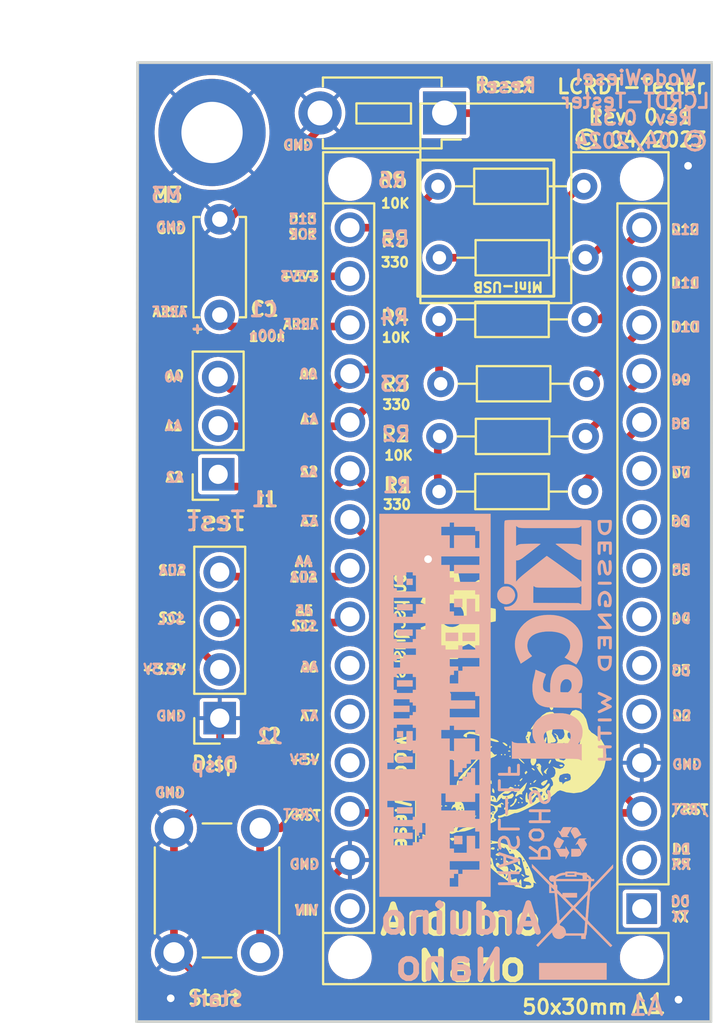
<source format=kicad_pcb>
(kicad_pcb (version 20240108) (generator "pcbnew") (generator_version "8.0")
  (title_block (title "LCRDT-Tester") (date "2024-04-05") (rev "0.31") (company "(C) WodoWiesel"))
  (layers (0 "F.Cu" mixed) (31 "B.Cu" mixed) (34 "B.Paste" user) (35 "F.Paste" user) (36 "B.SilkS" user "B.Silkscreen") (37 "F.SilkS" user "F.Silkscreen") (38 "B.Mask" user) (39 "F.Mask" user) (44 "Edge.Cuts" user))
  (net 0 "")
  (net 3 "Net-(A1-~{RESET}-Pad28)")
  (net 5 "GND")
  (net 11 "Net-(A1-D8)")
  (net 12 "Net-(A1-D9)")
  (net 13 "Net-(A1-D10)")
  (net 14 "Net-(A1-D11)")
  (net 15 "Net-(A1-D12)")
  (net 16 "Net-(A1-D13)")
  (net 17 "Net-(A1-3V3)")
  (net 18 "Net-(A1-AREF)")
  (net 19 "Net-(A1-A0)")
  (net 20 "Net-(A1-A1)")
  (net 21 "Net-(A1-A2)")
  (net 22 "Net-(A1-A3)")
  (net 23 "Net-(A1-A4)")
  (net 24 "Net-(A1-A5)")
  (footprint "Connector_PinSocket_2.54mm:PinSocket_1x03_P2.54mm_Vertical" (layer "F.Cu") (at 96.2605 109.62 180)
    (property "Reference" "J1" (at -2.4795 -1.31 0) (layer "F.SilkS") (effects (font (size 0.75 0.75))))
    (property "Value" "Test" (at 0.1505 -2.44 0) (layer "F.SilkS"))
    (pad "1" thru_hole rect (at 0 0 180) (size 1.7 1.7) (drill 1) (layers "*.Cu" "*.Mask") (net 21 "Net-(A1-A2)"))
    (pad "2" thru_hole oval (at 0 2.54 180) (size 1.7 1.7) (drill 1) (layers "*.Cu" "*.Mask") (net 20 "Net-(A1-A1)"))
    (pad "3" thru_hole oval (at 0 5.08 180) (size 1.7 1.7) (drill 1) (layers "*.Cu" "*.Mask") (net 19 "Net-(A1-A0)"))
  )
  (footprint "Resistor_THT:R_Axial_DIN0204_L3.6mm_D1.6mm_P7.62mm_Horizontal" (layer "F.Cu") (at 107.74 94.58)
    (property "Reference" "R6" (at -2.34 -0.32 180) (layer "F.SilkS") (effects (font (size 0.75 0.75) (thickness 0.15) (bold yes))))
    (property "Value" "10K" (at -2.23 0.89 180) (layer "F.SilkS") (effects (font (size 0.5 0.5) (thickness 0.125))))
    (fp_text user "${REFERENCE}" (at -2.4 -0.32 180) (layer "B.SilkS") (effects (font (size 0.75 0.75) (thickness 0.15) (bold yes)) (justify mirror)))
    (pad "1" thru_hole circle (at 0 0) (size 1.4 1.4) (drill 0.7) (layers "*.Cu" "*.Mask") (net 16 "Net-(A1-D13)"))
    (pad "2" thru_hole oval (at 7.62 0) (size 1.4 1.4) (drill 0.7) (layers "*.Cu" "*.Mask") (net 21 "Net-(A1-A2)"))
  )
  (footprint "Symbol:OSHW-Logo2_7.3x6mm_SilkScreen" (layer "F.Cu") (at 108 116.97 -90)
    (property "Reference" "REF**" (hide yes))
    (property "Value" "OSHW-Logo2_7.3x6mm_SilkScreen" (hide yes))
  )
  (footprint "Resistor_THT:R_Axial_DIN0204_L3.6mm_D1.6mm_P7.62mm_Horizontal" (layer "F.Cu") (at 107.796 110.52)
    (property "Reference" "R1" (at -2.154 -0.32 180) (layer "F.SilkS") (effects (font (size 0.75 0.75))))
    (property "Value" "330" (at -2.194 0.68 180) (layer "F.SilkS") (effects (font (size 0.5 0.5) (thickness 0.125))))
    (fp_text user "${REFERENCE}" (at -2.194 -0.32 180) (layer "B.SilkS") (effects (font (size 0.75 0.75)) (justify mirror)))
    (pad "1" thru_hole circle (at 0 0) (size 1.4 1.4) (drill 0.7) (layers "*.Cu" "*.Mask") (net 19 "Net-(A1-A0)"))
    (pad "2" thru_hole oval (at 7.62 0) (size 1.4 1.4) (drill 0.7) (layers "*.Cu" "*.Mask") (net 11 "Net-(A1-D8)"))
  )
  (footprint "Capacitor_THT:C_Disc_D5.0mm_W2.5mm_P5.00mm" (layer "F.Cu") (at 96.342 101.3 90)
    (property "Reference" "C1" (at 0.314 2.3455 0) (layer "F.SilkS") (effects (font (size 0.75 0.75))))
    (property "Value" "100n" (at -1.13 2.478 0) (layer "F.SilkS") (effects (font (size 0.5 0.5) (thickness 0.125))))
    (pad "1" thru_hole circle (at 0 0 90) (size 1.6 1.6) (drill 0.8) (layers "*.Cu" "*.Mask") (net 18 "Net-(A1-AREF)"))
    (pad "2" thru_hole circle (at 5 0 90) (size 1.6 1.6) (drill 0.8) (layers "*.Cu" "*.Mask") (net 5 "GND"))
  )
  (footprint "Resistor_THT:R_Axial_DIN0204_L3.6mm_D1.6mm_P7.62mm_Horizontal" (layer "F.Cu") (at 107.8805 104.89)
    (property "Reference" "R3" (at -2.3385 0.01 180) (layer "F.SilkS") (effects (font (size 0.75 0.75))))
    (property "Value" "330" (at -2.3085 1.09 180) (layer "F.SilkS") (effects (font (size 0.5 0.5) (thickness 0.125))))
    (fp_text user "${REFERENCE}" (at -2.4285 0.01 180) (layer "B.SilkS") (effects (font (size 0.75 0.75)) (justify mirror)))
    (pad "1" thru_hole circle (at 0 0) (size 1.4 1.4) (drill 0.7) (layers "*.Cu" "*.Mask") (net 20 "Net-(A1-A1)"))
    (pad "2" thru_hole oval (at 7.62 0) (size 1.4 1.4) (drill 0.7) (layers "*.Cu" "*.Mask") (net 13 "Net-(A1-D10)"))
  )
  (footprint "Resistor_THT:R_Axial_DIN0204_L3.6mm_D1.6mm_P7.62mm_Horizontal" (layer "F.Cu") (at 107.812 98.31)
    (property "Reference" "R5" (at -2.32 -0.94 180) (layer "F.SilkS") (effects (font (size 0.75 0.75) (thickness 0.15) (bold yes))))
    (property "Value" "330" (at -2.32 0.24 180) (layer "F.SilkS") (effects (font (size 0.5 0.5) (thickness 0.125))))
    (fp_text user "${REFERENCE}" (at -2.32 -1 180) (layer "B.SilkS") (effects (font (size 0.75 0.75) (thickness 0.15) (bold yes)) (justify mirror)))
    (pad "1" thru_hole circle (at 0 0) (size 1.4 1.4) (drill 0.7) (layers "*.Cu" "*.Mask") (net 21 "Net-(A1-A2)"))
    (pad "2" thru_hole oval (at 7.62 0) (size 1.4 1.4) (drill 0.7) (layers "*.Cu" "*.Mask") (net 15 "Net-(A1-D12)"))
  )
  (footprint "Module:Arduino_Nano_WithMountingHoles" (layer "F.Cu") (at 118.38 132.3 180)
    (property "Reference" "A1" (at -0.38 -4.98 180) (layer "F.SilkS"))
    (property "Value" "Arduino_Nano_v3.x")
    (fp_text user "${REFERENCE}" (at -0.23 -5.07 0) (layer "B.SilkS") (effects (justify mirror)))
    (pad "" np_thru_hole circle (at 0 -2.54 180) (size 1.78 1.78) (drill 1.78) (layers "*.Cu" "*.Mask"))
    (pad "" np_thru_hole circle (at 0 38.1 180) (size 1.78 1.78) (drill 1.78) (layers "*.Cu" "*.Mask"))
    (pad "" np_thru_hole circle (at 15.24 -2.54 180) (size 1.78 1.78) (drill 1.78) (layers "*.Cu" "*.Mask"))
    (pad "" np_thru_hole circle (at 15.24 38.1 180) (size 1.78 1.78) (drill 1.78) (layers "*.Cu" "*.Mask"))
    (pad "1" thru_hole rect (at 0 0 180) (size 1.6 1.6) (drill 1) (layers "*.Cu" "*.Mask"))
    (pad "2" thru_hole oval (at 0 2.54 180) (size 1.6 1.6) (drill 1) (layers "*.Cu" "*.Mask"))
    (pad "3" thru_hole oval (at 0 5.08 180) (size 1.6 1.6) (drill 1) (layers "*.Cu" "*.Mask") (net 3 "Net-(A1-~{RESET}-Pad28)"))
    (pad "4" thru_hole oval (at 0 7.62 180) (size 1.6 1.6) (drill 1) (layers "*.Cu" "*.Mask") (net 5 "GND"))
    (pad "5" thru_hole oval (at 0 10.16 180) (size 1.6 1.6) (drill 1) (layers "*.Cu" "*.Mask"))
    (pad "6" thru_hole oval (at 0 12.7 180) (size 1.6 1.6) (drill 1) (layers "*.Cu" "*.Mask"))
    (pad "7" thru_hole oval (at 0 15.24 180) (size 1.6 1.6) (drill 1) (layers "*.Cu" "*.Mask"))
    (pad "8" thru_hole oval (at 0 17.78 180) (size 1.6 1.6) (drill 1) (layers "*.Cu" "*.Mask"))
    (pad "9" thru_hole oval (at 0 20.32 180) (size 1.6 1.6) (drill 1) (layers "*.Cu" "*.Mask"))
    (pad "10" thru_hole oval (at 0 22.86 180) (size 1.6 1.6) (drill 1) (layers "*.Cu" "*.Mask"))
    (pad "11" thru_hole oval (at 0 25.4 180) (size 1.6 1.6) (drill 1) (layers "*.Cu" "*.Mask") (net 11 "Net-(A1-D8)"))
    (pad "12" thru_hole oval (at 0 27.94 180) (size 1.6 1.6) (drill 1) (layers "*.Cu" "*.Mask") (net 12 "Net-(A1-D9)"))
    (pad "13" thru_hole oval (at 0 30.48 180) (size 1.6 1.6) (drill 1) (layers "*.Cu" "*.Mask") (net 13 "Net-(A1-D10)"))
    (pad "14" thru_hole oval (at 0 33.02 180) (size 1.6 1.6) (drill 1) (layers "*.Cu" "*.Mask") (net 14 "Net-(A1-D11)"))
    (pad "15" thru_hole oval (at 0 35.56 180) (size 1.6 1.6) (drill 1) (layers "*.Cu" "*.Mask") (net 15 "Net-(A1-D12)"))
    (pad "16" thru_hole oval (at 15.24 35.56 180) (size 1.6 1.6) (drill 1) (layers "*.Cu" "*.Mask") (net 16 "Net-(A1-D13)"))
    (pad "17" thru_hole oval (at 15.24 33.02 180) (size 1.6 1.6) (drill 1) (layers "*.Cu" "*.Mask") (net 17 "Net-(A1-3V3)"))
    (pad "18" thru_hole oval (at 15.24 30.48 180) (size 1.6 1.6) (drill 1) (layers "*.Cu" "*.Mask") (net 18 "Net-(A1-AREF)"))
    (pad "19" thru_hole oval (at 15.24 27.94 180) (size 1.6 1.6) (drill 1) (layers "*.Cu" "*.Mask") (net 19 "Net-(A1-A0)"))
    (pad "20" thru_hole oval (at 15.24 25.4 180) (size 1.6 1.6) (drill 1) (layers "*.Cu" "*.Mask") (net 20 "Net-(A1-A1)"))
    (pad "21" thru_hole oval (at 15.24 22.86 180) (size 1.6 1.6) (drill 1) (layers "*.Cu" "*.Mask") (net 21 "Net-(A1-A2)"))
    (pad "22" thru_hole oval (at 15.24 20.32 180) (size 1.6 1.6) (drill 1) (layers "*.Cu" "*.Mask") (net 22 "Net-(A1-A3)"))
    (pad "23" thru_hole oval (at 15.24 17.78 180) (size 1.6 1.6) (drill 1) (layers "*.Cu" "*.Mask") (net 23 "Net-(A1-A4)"))
    (pad "24" thru_hole oval (at 15.24 15.24 180) (size 1.6 1.6) (drill 1) (layers "*.Cu" "*.Mask") (net 24 "Net-(A1-A5)"))
    (pad "25" thru_hole oval (at 15.24 12.7 180) (size 1.6 1.6) (drill 1) (layers "*.Cu" "*.Mask"))
    (pad "26" thru_hole oval (at 15.24 10.16 180) (size 1.6 1.6) (drill 1) (layers "*.Cu" "*.Mask"))
    (pad "27" thru_hole oval (at 15.24 7.62 180) (size 1.6 1.6) (drill 1) (layers "*.Cu" "*.Mask"))
    (pad "28" thru_hole oval (at 15.24 5.08 180) (size 1.6 1.6) (drill 1) (layers "*.Cu" "*.Mask") (net 3 "Net-(A1-~{RESET}-Pad28)"))
    (pad "29" thru_hole oval (at 15.24 2.54 180) (size 1.6 1.6) (drill 1) (layers "*.Cu" "*.Mask") (net 5 "GND"))
    (pad "30" thru_hole oval (at 15.24 0 180) (size 1.6 1.6) (drill 1) (layers "*.Cu" "*.Mask"))
  )
  (footprint "Button_Switch_THT:SW_PUSH_6mm_H4.3mm" (layer "F.Cu") (at 98.45 128.1 -90)
    (property "Reference" "Start" (at 8.86 2.4 0) (layer "F.SilkS") (effects (font (size 0.75 0.75))))
    (property "Value" "SW_Push")
    (pad "1" thru_hole circle (at 0 0) (size 2 2) (drill 1.1) (layers "*.Cu" "*.Mask") (net 22 "Net-(A1-A3)"))
    (pad "1" thru_hole circle (at 6.5 0) (size 2 2) (drill 1.1) (layers "*.Cu" "*.Mask") (net 22 "Net-(A1-A3)"))
    (pad "2" thru_hole circle (at 0 4.5) (size 2 2) (drill 1.1) (layers "*.Cu" "*.Mask") (net 5 "GND"))
    (pad "2" thru_hole circle (at 6.5 4.5) (size 2 2) (drill 1.1) (layers "*.Cu" "*.Mask") (net 5 "GND"))
  )
  (footprint "Connector_PinSocket_2.54mm:PinSocket_1x04_P2.54mm_Vertical" (layer "F.Cu") (at 96.341 122.35 180)
    (property "Reference" "J2" (at -2.565 -0.934 0) (layer "F.SilkS") (effects (font (size 0.75 0.75))))
    (property "Value" "Disp" (at 0.249 -2.38 180) (layer "F.SilkS") (effects (font (size 0.75 0.75))))
    (pad "1" thru_hole rect (at 0 0 180) (size 1.7 1.7) (drill 1) (layers "*.Cu" "*.Mask") (net 5 "GND"))
    (pad "2" thru_hole oval (at 0 2.54 180) (size 1.7 1.7) (drill 1) (layers "*.Cu" "*.Mask") (net 17 "Net-(A1-3V3)"))
    (pad "3" thru_hole oval (at 0 5.08 180) (size 1.7 1.7) (drill 1) (layers "*.Cu" "*.Mask") (net 24 "Net-(A1-A5)"))
    (pad "4" thru_hole oval (at 0 7.62 180) (size 1.7 1.7) (drill 1) (layers "*.Cu" "*.Mask") (net 23 "Net-(A1-A4)"))
  )
  (footprint "Resistor_THT:R_Axial_DIN0204_L3.6mm_D1.6mm_P7.62mm_Horizontal" (layer "F.Cu") (at 115.416 101.53 180)
    (property "Reference" "R4" (at 9.924 0.07 0) (layer "F.SilkS") (effects (font (size 0.75 0.75))))
    (property "Value" "10K" (at 9.864 -0.95 0) (layer "F.SilkS") (effects (font (size 0.5 0.5) (thickness 0.125))))
    (fp_text user "${REFERENCE}" (at 9.964 0.14 180) (layer "B.SilkS") (effects (font (size 0.75 0.75)) (justify mirror)))
    (pad "1" thru_hole circle (at 0 0 180) (size 1.4 1.4) (drill 0.7) (layers "*.Cu" "*.Mask") (net 14 "Net-(A1-D11)"))
    (pad "2" thru_hole oval (at 7.62 0 180) (size 1.4 1.4) (drill 0.7) (layers "*.Cu" "*.Mask") (net 20 "Net-(A1-A1)"))
  )
  (footprint "MountingHole:MountingHole_3.2mm_M3_DIN965_Pad" (layer "F.Cu") (at 95.94 91.77)
    (property "Reference" "REF9**" (hide yes))
    (property "Value" "MountingHole_3.2mm_M3_DIN965_Pad" (hide yes))
    (pad "1" thru_hole circle (at 0 0) (size 5.6 5.6) (drill 3.2) (layers "*.Cu" "*.Mask") (net 5 "GND"))
  )
  (footprint "Logos:wiesel-kicad-back-white" (layer "F.Cu") (at 111.55 126.27 -90)
    (property "Reference" "G21" (hide yes))
    (property "Value" "LOGO" (hide yes))
  )
  (footprint "Button_Switch_THT:SW_PUSH_1P1T_6x3.5mm_H4.3_APEM_MJTP1243" (layer "F.Cu") (at 108.08 90.75 180)
    (property "Reference" "Reset" (at -3.12 1.45 0) (layer "F.SilkS") (effects (font (size 0.75 0.75) (thickness 0.15) (bold yes))))
    (property "Value" "SW_Push")
    (pad "1" thru_hole rect (at 0 0 270) (size 2.25 2.25) (drill 1.3) (layers "*.Cu" "*.Mask") (net 3 "Net-(A1-~{RESET}-Pad28)"))
    (pad "2" thru_hole circle (at 6.5 0 270) (size 2.25 2.25) (drill 1.3) (layers "*.Cu" "*.Mask") (net 5 "GND"))
  )
  (footprint "Resistor_THT:R_Axial_DIN0204_L3.6mm_D1.6mm_P7.62mm_Horizontal" (layer "F.Cu") (at 115.4465 107.64 180)
    (property "Reference" "R2" (at 9.9145 0.1 0) (layer "F.SilkS") (effects (font (size 0.75 0.75))))
    (property "Value" "10K" (at 9.7645 -0.99 0) (layer "F.SilkS") (effects (font (size 0.5 0.5) (thickness 0.125))))
    (fp_text user "${REFERENCE}" (at 9.8945 0.14 0) (layer "B.SilkS") (effects (font (size 0.75 0.75)) (justify mirror)))
    (pad "1" thru_hole circle (at 0 0 180) (size 1.4 1.4) (drill 0.7) (layers "*.Cu" "*.Mask") (net 12 "Net-(A1-D9)"))
    (pad "2" thru_hole oval (at 7.62 0 180) (size 1.4 1.4) (drill 0.7) (layers "*.Cu" "*.Mask") (net 19 "Net-(A1-A0)"))
  )
  (footprint "Logos:recycling-symbol-kicad" (layer "B.Cu") (at 114.682 128.88 180)
    (property "Reference" "G3*" (hide yes))
    (property "Value" "LOGO" (hide yes))
  )
  (footprint "Symbol:WEEE-Logo_4.2x6mm_SilkScreen" (layer "B.Cu") (at 114.772 132.99 180)
    (property "Reference" "REF7**" (hide yes))
    (property "Value" "WEEE-Logo_4.2x6mm_SilkScreen" (hide yes))
  )
  (footprint "TheBrutzlers_Lib:approved_theBrutzler" (layer "B.Cu") (at 107.582 121.68 -90)
    (property "Reference" "G6**" (at 0 0 90) (layer "B.SilkS") (effects (font (size 1.524 1.524) (thickness 0.3)) (justify mirror)))
    (property "Value" "LOGO" (hide yes))
  )
  (footprint "Symbol:KiCad-Logo2_5mm_SilkScreen" (layer "B.Cu") (at 113.812 118.28 -90)
    (property "Reference" "REF8**" (hide yes))
    (property "Value" "KiCad-Logo2_5mm_SilkScreen" (hide yes))
  )
  (gr_rect (start 106.682 93.21) (end 113.794 100.322) (stroke (width 0.15)) (fill none) (layer "F.SilkS"))
  (gr_line (start 122.044 88.12) (end 121.992 138.2) (stroke (width 0.15)) (layer "Edge.Cuts"))
  (gr_line (start 92.052 88.12) (end 122.044 88.12) (stroke (width 0.15)) (layer "Edge.Cuts"))
  (gr_line (start 92 138.2) (end 92.052 88.12) (stroke (width 0.15)) (layer "Edge.Cuts"))
  (gr_line (start 121.992 138.2) (end 92 138.2) (stroke (width 0.15)) (layer "Edge.Cuts"))
  (gr_text "A4\nSDA" (at 100.7255 114.59 0) (layer "B.SilkS") (effects (font (size 0.5 0.5) (thickness 0.125)) (justify mirror)))
  (gr_text "A6" (at 101.027967 119.681606 0) (layer "B.SilkS") (effects (font (size 0.5 0.5) (thickness 0.125)) (justify mirror)))
  (gr_text "A0" (at 93.9 104.54 0) (layer "B.SilkS") (effects (font (size 0.5 0.5) (thickness 0.125)) (justify mirror)))
  (gr_text "A5\nSCL" (at 100.7255 117.143033 0) (layer "B.SilkS") (effects (font (size 0.5 0.5) (thickness 0.125)) (justify mirror)))
  (gr_text "GND" (at 93.782 96.7 0) (layer "B.SilkS") (effects (font (size 0.5 0.5) (thickness 0.125)) (justify mirror)))
  (gr_text "A0" (at 100.978319 104.381927 0) (layer "B.SilkS") (effects (font (size 0.5 0.5) (thickness 0.125)) (justify mirror)))
  (gr_text "/RST" (at 100.61 127.38 0) (layer "B.SilkS") (effects (font (size 0.5 0.5) (thickness 0.125)) (justify mirror)))
  (gr_text "A1" (at 93.91 107.07 0) (layer "B.SilkS") (effects (font (size 0.5 0.5) (thickness 0.125)) (justify mirror)))
  (gr_text "Start" (at 96.18 137.02 0) (layer "B.SilkS") (effects (font (size 0.75 0.75)) (justify mirror)))
  (gr_text "Disp" (at 96.052 124.79 0) (layer "B.SilkS") (effects (font (size 0.75 0.75)) (justify mirror)))
  (gr_text "D3" (at 120.43 119.89 0) (layer "B.SilkS") (effects (font (size 0.5 0.5) (thickness 0.125)) (justify mirror)))
  (gr_text "VIN" (at 100.879024 132.37486 0) (layer "B.SilkS") (effects (font (size 0.5 0.5) (thickness 0.125)) (justify mirror)))
  (gr_text "Test" (at 96.17 112.07 0) (layer "B.SilkS") (effects (font (size 1 1)) (justify mirror)))
  (gr_text "GND" (at 100.779728 129.975222 0) (layer "B.SilkS") (effects (font (size 0.5 0.5) (thickness 0.125)) (justify mirror)))
  (gr_text "A7" (at 101.027967 122.230186 0) (layer "B.SilkS") (effects (font (size 0.5 0.5) (thickness 0.125)) (justify mirror)))
  (gr_text "D12" (at 120.67 96.85 0) (layer "B.SilkS") (effects (font (size 0.5 0.5) (thickness 0.125)) (justify mirror)))
  (gr_text "D0\nTX" (at 120.4 132.3 0) (layer "B.SilkS") (effects (font (size 0.5 0.5) (thickness 0.125)) (justify mirror)))
  (gr_text "D13\nSCK" (at 100.680433 96.686539 0) (layer "B.SilkS") (effects (font (size 0.5 0.5) (thickness 0.125)) (justify mirror)))
  (gr_text "+5V" (at 100.779728 124.513979 0) (layer "B.SilkS") (effects (font (size 0.5 0.5) (thickness 0.125)) (justify mirror)))
  (gr_text "+3V3" (at 100.514941 99.284767 0) (layer "B.SilkS") (effects (font (size 0.5 0.5) (thickness 0.125)) (justify mirror)))
  (gr_text "Reset" (at 111.33 89.32 0) (layer "B.SilkS") (effects (font (size 0.75 0.75)) (justify mirror)))
  (gr_text "100n" (at 98.82 102.36 0) (layer "B.SilkS") (effects (font (size 0.5 0.5) (thickness 0.125)) (justify mirror)))
  (gr_text "D2" (at 120.47 122.232 0) (layer "B.SilkS") (effects (font (size 0.5 0.5) (thickness 0.125)) (justify mirror)))
  (gr_text "D7" (at 120.45 109.517264 0) (layer "B.SilkS") (effects (font (size 0.5 0.5) (thickness 0.125)) (justify mirror)))
  (gr_text "A1" (at 101.027967 106.733572 0) (layer "B.SilkS") (effects (font (size 0.5 0.5) (thickness 0.125)) (justify mirror)))
  (gr_text "J1" (at 98.662 110.93 0) (layer "B.SilkS") (effects (font (size 0.75 0.75)) (justify mirror)))
  (gr_text "D4" (at 120.45 117.15 0) (layer "B.SilkS") (effects (font (size 0.5 0.5) (thickness 0.125)) (justify mirror)))
  (gr_text "M3" (at 93.56 95.04 0) (layer "B.SilkS") (effects (font (size 0.75 0.75)) (justify mirror)))
  (gr_text "D1\nRX" (at 120.432 129.59 0) (layer "B.SilkS") (effects (font (size 0.5 0.5) (thickness 0.125)) (justify mirror)))
  (gr_text "+3.3V" (at 93.49 119.79 0) (layer "B.SilkS") (effects (font (size 0.5 0.5) (thickness 0.125)) (justify mirror)))
  (gr_text "A2" (at 93.99 109.78 0) (layer "B.SilkS") (effects (font (size 0.5 0.5) (thickness 0.125)) (justify mirror)))
  (gr_text "D6" (at 120.45 112.1 0) (layer "B.SilkS") (effects (font (size 0.5 0.5) (thickness 0.125)) (justify mirror)))
  (gr_text "J2" (at 98.972 123.31 0) (layer "B.SilkS") (effects (font (size 0.75 0.75)) (justify mirror)))
  (gr_text "RoHS\nHASL-LF" (at 112.202 127.95 -90) (layer "B.SilkS") (effects (font (size 1 1)) (justify mirror)))
  (gr_text "WodoWiesel\nLCRDT-Tester" (at 118.06 89.52 0) (layer "B.SilkS") (effects (font (size 0.75 0.75)) (justify mirror)))
  (gr_text "Arduino \nNano" (at 108.35 134.04 0) (layer "B.SilkS") (effects (font (size 1.5 1.5) (thickness 0.3)) (justify mirror)))
  (gr_text "SDA" (at 93.89 114.63 0) (layer "B.SilkS") (effects (font (size 0.5 0.5) (thickness 0.125)) (justify mirror)))
  (gr_text "SCL" (at 93.81 117.2 0) (layer "B.SilkS") (effects (font (size 0.5 0.5) (thickness 0.125)) (justify mirror)))
  (gr_text "GND" (at 100.46 92.42 0) (layer "B.SilkS") (effects (font (size 0.5 0.5) (thickness 0.125)) (justify mirror)))
  (gr_text "GND" (at 120.75 124.772 0) (layer "B.SilkS") (effects (font (size 0.5 0.5) (thickness 0.125)) (justify mirror)))
  (gr_text "D8" (at 120.42 106.982688 0) (layer "B.SilkS") (effects (font (size 0.5 0.5) (thickness 0.125)) (justify mirror)))
  (gr_text "/RST" (at 120.91 127.12 0) (layer "B.SilkS") (effects (font (size 0.5 0.5) (thickness 0.125)) (justify mirror)))
  (gr_text "D10" (at 120.71 101.93 0) (layer "B.SilkS") (effects (font (size 0.5 0.5) (thickness 0.125)) (justify mirror)))
  (gr_text "A2" (at 100.9755 109.49 0) (layer "B.SilkS") (effects (font (size 0.5 0.5) (thickness 0.125)) (justify mirror)))
  (gr_text "D5" (at 120.46 114.6 0) (layer "B.SilkS") (effects (font (size 0.5 0.5) (thickness 0.125)) (justify mirror)))
  (gr_text "C1" (at 98.632 101.01 0) (layer "B.SilkS") (effects (font (size 0.75 0.75)) (justify mirror)))
  (gr_text "Rev. 0.31\n© 04/2024" (at 118.34 91.61 0) (layer "B.SilkS") (effects (font (size 0.75 0.75)) (justify mirror)))
  (gr_text "GND" (at 93.72 126.23 0) (layer "B.SilkS") (effects (font (size 0.5 0.5) (thickness 0.125)) (justify mirror)))
  (gr_text "GND" (at 93.81 122.24 0) (layer "B.SilkS") (effects (font (size 0.5 0.5) (thickness 0.125)) (justify mirror)))
  (gr_text "D9" (at 120.42 104.69 0) (layer "B.SilkS") (effects (font (size 0.5 0.5) (thickness 0.125)) (justify mirror)))
  (gr_text "A3" (at 101.027967 112.062422 0) (layer "B.SilkS") (effects (font (size 0.5 0.5) (thickness 0.125)) (justify mirror)))
  (gr_text "D11" (at 120.68 99.620348 0) (layer "B.SilkS") (effects (font (size 0.5 0.5) (thickness 0.125)) (justify mirror)))
  (gr_text "AREF" (at 100.581138 101.783699 0) (layer "B.SilkS") (effects (font (size 0.5 0.5) (thickness 0.125)) (justify mirror)))
  (gr_text "AREF" (at 93.712 101.14 0) (layer "B.SilkS") (effects (font (size 0.5 0.5) (thickness 0.125)) (justify mirror)))
  (gr_text "+" (at 95.132 102.02 -270) (layer "B.SilkS") (effects (font (size 0.5 0.5) (thickness 0.125)) (justify mirror)))
  (gr_text "M3" (at 93.61 95.03 0) (layer "F.SilkS") (effects (font (size 0.75 0.75))))
  (gr_text "A1" (at 101.0175 106.738 0) (layer "F.SilkS") (effects (font (size 0.5 0.5) (thickness 0.125))))
  (gr_text "AREF" (at 93.752 101.14 0) (layer "F.SilkS") (effects (font (size 0.5 0.5) (thickness 0.125))))
  (gr_text "D2" (at 120.47 122.22 0) (layer "F.SilkS") (effects (font (size 0.5 0.5) (thickness 0.125))))
  (gr_text "GND" (at 93.8 122.24 0) (layer "F.SilkS") (effects (font (size 0.5 0.5) (thickness 0.125))))
  (gr_text "D10" (at 120.63 101.93 0) (layer "F.SilkS") (effects (font (size 0.5 0.5) (thickness 0.125))))
  (gr_text "D0\nTX" (at 120.39 132.35 0) (layer "F.SilkS") (effects (font (size 0.5 0.5) (thickness 0.125))))
  (gr_text "A5\nSCL" (at 100.7755 117.14 0) (layer "F.SilkS") (effects (font (size 0.5 0.5) (thickness 0.125))))
  (gr_text "+" (at 95.222 102.05 270) (layer "F.SilkS") (effects (font (size 0.5 0.5) (thickness 0.125))))
  (gr_text "A4\nSDA" (at 100.7255 114.59 0) (layer "F.SilkS") (effects (font (size 0.5 0.5) (thickness 0.125))))
  (gr_text "+5V" (at 100.7635 124.518 0) (layer "F.SilkS") (effects (font (size 0.5 0.5) (thickness 0.125))))
  (gr_text "D13\nSCK" (at 100.6755 96.69 0) (layer "F.SilkS") (effects (font (size 0.5 0.5) (thickness 0.125))))
  (gr_text "A6" (at 101.0175 119.692 0) (layer "F.SilkS") (effects (font (size 0.5 0.5) (thickness 0.125))))
  (gr_text "SDA" (at 93.84 114.64 0) (layer "F.SilkS") (effects (font (size 0.5 0.5) (thickness 0.125))))
  (gr_text "D7" (at 120.43 109.54 0) (layer "F.SilkS") (effects (font (size 0.5 0.5) (thickness 0.125))))
  (gr_text "D11" (at 120.64 99.64 0) (layer "F.SilkS") (effects (font (size 0.5 0.5) (thickness 0.125))))
  (gr_text "D12" (at 120.64 96.84 0) (layer "F.SilkS") (effects (font (size 0.5 0.5) (thickness 0.125))))
  (gr_text "AREF" (at 100.5755 101.79 0) (layer "F.SilkS") (effects (font (size 0.5 0.5) (thickness 0.125))))
  (gr_text "Arduino \nNano" (at 109.502 134.1 0) (layer "F.SilkS") (effects (font (size 1.5 1.5) (thickness 0.3))))
  (gr_text "D8" (at 120.41 106.99 0) (layer "F.SilkS") (effects (font (size 0.5 0.5) (thickness 0.125))))
  (gr_text "D1\nRX" (at 120.452 129.598 0) (layer "F.SilkS") (effects (font (size 0.5 0.5) (thickness 0.125))))
  (gr_text "Rev. 0.31\n© 04/2023" (at 118.31 91.54 0) (layer "F.SilkS") (effects (font (size 0.75 0.75))))
  (gr_text "A2" (at 101.0175 109.49 0) (layer "F.SilkS") (effects (font (size 0.5 0.5) (thickness 0.125))))
  (gr_text "D4" (at 120.43 117.17 0) (layer "F.SilkS") (effects (font (size 0.5 0.5) (thickness 0.125))))
  (gr_text "D3" (at 120.44 119.86 0) (layer "F.SilkS") (effects (font (size 0.5 0.5) (thickness 0.125))))
  (gr_text "A3" (at 101.0175 112.072 0) (layer "F.SilkS") (effects (font (size 0.5 0.5) (thickness 0.125))))
  (gr_text "50x30mm" (at 114.89 137.43 0) (layer "F.SilkS") (effects (font (size 0.75 0.75))))
  (gr_text "+3.3V" (at 93.43 119.81 0) (layer "F.SilkS") (effects (font (size 0.5 0.5) (thickness 0.125))))
  (gr_text "D9" (at 120.44 104.69 0) (layer "F.SilkS") (effects (font (size 0.5 0.5) (thickness 0.125))))
  (gr_text "A0" (at 94.01 104.47 0) (layer "F.SilkS") (effects (font (size 0.5 0.5) (thickness 0.125))))
  (gr_text "/RST" (at 100.66 127.43 0) (layer "F.SilkS") (effects (font (size 0.5 0.5) (thickness 0.125))))
  (gr_text "A0" (at 100.9755 104.39 0) (layer "F.SilkS") (effects (font (size 0.5 0.5) (thickness 0.125))))
  (gr_text "SCL" (at 93.84 117.11 0) (layer "F.SilkS") (effects (font (size 0.5 0.5) (thickness 0.125))))
  (gr_text "WodoWiesel" (at 105.89 126.43 -90) (layer "F.SilkS") (effects (font (size 0.75 0.75))))
  (gr_text "A7" (at 101.0175 122.232 0) (layer "F.SilkS") (effects (font (size 0.5 0.5) (thickness 0.125))))
  (gr_text "A1" (at 93.94 107.09 0) (layer "F.SilkS") (effects (font (size 0.5 0.5) (thickness 0.125))))
  (gr_text "A2" (at 93.98 109.77 0) (layer "F.SilkS") (effects (font (size 0.5 0.5) (thickness 0.125))))
  (gr_text "GND" (at 93.812 96.8 0) (layer "F.SilkS") (effects (font (size 0.5 0.5) (thickness 0.125))))
  (gr_text "/RST" (at 120.9 127.13 0) (layer "F.SilkS") (effects (font (size 0.5 0.5) (thickness 0.125))))
  (gr_text "VIN" (at 100.8755 132.39 0) (layer "F.SilkS") (effects (font (size 0.5 0.5) (thickness 0.125))))
  (gr_text "Mini-USB" (at 111.4 99.83 180) (layer "F.SilkS") (effects (font (size 0.5 0.5) (thickness 0.125))))
  (gr_text "GND" (at 120.75 124.772 0) (layer "F.SilkS") (effects (font (size 0.5 0.5) (thickness 0.125))))
  (gr_text "GND" (at 93.75 126.25 0) (layer "F.SilkS") (effects (font (size 0.5 0.5) (thickness 0.125))))
  (gr_text "GND" (at 100.43 92.44 0) (layer "F.SilkS") (effects (font (size 0.5 0.5) (thickness 0.125))))
  (gr_text "D6" (at 120.392 112.06 0) (layer "F.SilkS") (effects (font (size 0.5 0.5) (thickness 0.125))))
  (gr_text "D5" (at 120.43 114.63 0) (layer "F.SilkS") (effects (font (size 0.5 0.5) (thickness 0.125))))
  (gr_text "+3V3" (at 100.5095 99.29 0) (layer "F.SilkS") (effects (font (size 0.5 0.5) (thickness 0.125))))
  (gr_text "LCRDT-Tester" (at 117.83 89.37 0) (layer "F.SilkS") (effects (font (size 0.75 0.75))))
  (gr_text "GND" (at 100.7635 129.99 0) (layer "F.SilkS") (effects (font (size 0.5 0.5) (thickness 0.125))))
  (segment (start 113.79 122.6945) (end 113.79 97.63) (width 0.4) (layer "F.Cu") (net 3))
  (segment (start 103.14 127.22) (end 103.22 127.3) (width 0.4) (layer "F.Cu") (net 3))
  (segment (start 118.3 127.3) (end 118.38 127.22) (width 0.4) (layer "F.Cu") (net 3))
  (segment (start 116.8 93.61) (end 113.95 90.76) (width 0.4) (layer "F.Cu") (net 3))
  (segment (start 103.22 127.3) (end 118.3 127.3) (width 0.4) (layer "F.Cu") (net 3))
  (segment (start 114.63 96.79) (end 115.65 96.79) (width 0.4) (layer "F.Cu") (net 3))
  (segment (start 113.79 97.63) (end 114.63 96.79) (width 0.4) (layer "F.Cu") (net 3))
  (segment (start 113.95 90.76) (end 108.17 90.76) (width 0.4) (layer "F.Cu") (net 3))
  (segment (start 118.3155 127.22) (end 113.79 122.6945) (width 0.4) (layer "F.Cu") (net 3))
  (segment (start 116.8 95.64) (end 116.8 93.61) (width 0.4) (layer "F.Cu") (net 3))
  (segment (start 118.38 127.22) (end 118.3155 127.22) (width 0.4) (layer "F.Cu") (net 3))
  (segment (start 115.65 96.79) (end 116.8 95.64) (width 0.4) (layer "F.Cu") (net 3))
  (segment (start 98.122 90.76) (end 97.082 91.8) (width 0.4) (layer "F.Cu") (net 5))
  (segment (start 101.58 90.75) (end 101.58 91.55) (width 0.4) (layer "F.Cu") (net 5))
  (segment (start 96.83 96.3) (end 96.342 96.3) (width 0.4) (layer "F.Cu") (net 5))
  (segment (start 93.95 128.1) (end 93.95 134.6) (width 0.4) (layer "F.Cu") (net 5))
  (segment (start 103.14 129.76) (end 100.32 132.58) (width 0.4) (layer "F.Cu") (net 5))
  (segment (start 96.366 125.684) (end 93.95 128.1) (width 0.4) (layer "F.Cu") (net 5))
  (segment (start 100.32 132.58) (end 100.32 135.92) (width 0.4) (layer "F.Cu") (net 5))
  (segment (start 100.32 135.92) (end 100 136.24) (width 0.4) (layer "F.Cu") (net 5))
  (segment (start 96.341 122.35) (end 96.366 122.375) (width 0.4) (layer "F.Cu") (net 5))
  (segment (start 100 136.24) (end 95.59 136.24) (width 0.4) (layer "F.Cu") (net 5))
  (segment (start 95.59 136.24) (end 93.95 134.6) (width 0.4) (layer "F.Cu") (net 5))
  (segment (start 96.366 122.375) (end 96.366 125.684) (width 0.4) (layer "F.Cu") (net 5))
  (segment (start 101.58 91.55) (end 96.83 96.3) (width 0.4) (layer "F.Cu") (net 5))
  (via (at 107.222 114.05) (size 0.8) (drill 0.4) (layers "F.Cu" "B.Cu") (net 5))
  (via (at 120.302 137.05) (size 0.8) (drill 0.4) (layers "F.Cu" "B.Cu") (net 5))
  (via (at 93.782 136.98) (size 0.8) (drill 0.4) (layers "F.Cu" "B.Cu") (net 5))
  (via (at 120.8 93.51) (size 0.8) (drill 0.4) (layers "F.Cu" "B.Cu") (net 5))
  (segment (start 115.416 110.52) (end 115.416 109.966) (width 0.4) (layer "F.Cu") (net 11))
  (segment (start 115.416 109.966) (end 118.3955 106.9865) (width 0.4) (layer "F.Cu") (net 11))
  (segment (start 118.3955 106.9865) (end 118.3955 106.98) (width 0.4) (layer "F.Cu") (net 11))
  (segment (start 115.4465 107.5335) (end 118.3955 104.5845) (width 0.4) (layer "F.Cu") (net 12))
  (segment (start 115.4465 107.64) (end 115.4465 107.5335) (width 0.4) (layer "F.Cu") (net 12))
  (segment (start 118.3955 104.5845) (end 118.3955 104.44) (width 0.4) (layer "F.Cu") (net 12))
  (segment (start 115.5005 104.89) (end 118.3955 101.995) (width 0.4) (layer "F.Cu") (net 13))
  (segment (start 116.2255 101.53) (end 118.3955 99.36) (width 0.4) (layer "F.Cu") (net 14))
  (segment (start 115.416 101.53) (end 116.2255 101.53) (width 0.4) (layer "F.Cu") (net 14))
  (segment (start 116.052 97.93) (end 116.192 97.79) (width 0.4) (layer "F.Cu") (net 15))
  (segment (start 116.192 97.79) (end 117.4255 97.79) (width 0.4) (layer "F.Cu") (net 15))
  (segment (start 117.4255 97.79) (end 118.3955 96.82) (width 0.4) (layer "F.Cu") (net 15))
  (segment (start 107.81 94.59) (end 105.66 96.74) (width 0.4) (layer "F.Cu") (net 16))
  (segment (start 105.66 96.74) (end 103.14 96.74) (width 0.4) (layer "F.Cu") (net 16))
  (segment (start 93.862 100.48) (end 95.062 99.28) (width 0.4) (layer "F.Cu") (net 17))
  (segment (start 96.341 119.81) (end 93.862 117.331) (width 0.4) (layer "F.Cu") (net 17))
  (segment (start 95.062 99.28) (end 103.14 99.28) (width 0.4) (layer "F.Cu") (net 17))
  (segment (start 93.862 117.331) (end 93.862 100.48) (width 0.4) (layer "F.Cu") (net 17))
  (segment (start 96.942 101.9) (end 103.06 101.9) (width 0.4) (layer "F.Cu") (net 18))
  (segment (start 103.06 101.9) (end 103.14 101.82) (width 0.4) (layer "F.Cu") (net 18))
  (segment (start 96.342 101.3) (end 96.942 101.9) (width 0.4) (layer "F.Cu") (net 18))
  (segment (start 96.8905 105.17) (end 102.33 105.17) (width 0.4) (layer "F.Cu") (net 19))
  (segment (start 106 102.24) (end 106 100) (width 0.4) (layer "F.Cu") (net 19))
  (segment (start 107.7305 109.37) (end 107.7305 107.736) (width 0.4) (layer "F.Cu") (net 19))
  (segment (start 109.04 109.06) (end 107.852 109.06) (width 0.4) (layer "F.Cu") (net 19))
  (segment (start 96.2605 104.54) (end 96.8905 105.17) (width 0.4) (layer "F.Cu") (net 19))
  (segment (start 107.7305 110.4545) (end 107.7305 109.37) (width 0.4) (layer "F.Cu") (net 19))
  (segment (start 104.0935 104.1465) (end 106 102.24) (width 0.4) (layer "F.Cu") (net 19))
  (segment (start 103.1555 104.1465) (end 104.0935 104.1465) (width 0.4) (layer "F.Cu") (net 19))
  (segment (start 102.33 105.17) (end 103.14 104.36) (width 0.4) (layer "F.Cu") (net 19))
  (segment (start 107.796 110.52) (end 107.7305 110.4545) (width 0.4) (layer "F.Cu") (net 19))
  (segment (start 109.574 100.844) (end 109.574 108.526) (width 0.4) (layer "F.Cu") (net 19))
  (segment (start 107.7305 107.736) (end 107.8265 107.64) (width 0.4) (layer "F.Cu") (net 19))
  (segment (start 109.574 108.526) (end 109.04 109.06) (width 0.4) (layer "F.Cu") (net 19))
  (segment (start 108.73 100) (end 109.574 100.844) (width 0.4) (layer "F.Cu") (net 19))
  (segment (start 106 100) (end 108.73 100) (width 0.4) (layer "F.Cu") (net 19))
  (segment (start 107.796 103.218) (end 106.9175 103.218) (width 0.4) (layer "F.Cu") (net 20))
  (segment (start 106.9175 103.218) (end 103.2355 106.9) (width 0.4) (layer "F.Cu") (net 20))
  (segment (start 107.8805 104.8) (end 107.8805 104.89) (width 0.4) (layer "F.Cu") (net 20))
  (segment (start 96.2905 107.11) (end 96.2605 107.08) (width 0.4) (layer "F.Cu") (net 20))
  (segment (start 107.796 104.8055) (end 107.796 101.53) (width 0.4) (layer "F.Cu") (net 20))
  (segment (start 103.14 106.9) (end 102.93 107.11) (width 0.4) (layer "F.Cu") (net 20))
  (segment (start 103.2355 106.9) (end 103.14 106.9) (width 0.4) (layer "F.Cu") (net 20))
  (segment (start 107.8805 104.89) (end 107.796 104.8055) (width 0.4) (layer "F.Cu") (net 20))
  (segment (start 102.93 107.11) (end 96.2905 107.11) (width 0.4) (layer "F.Cu") (net 20))
  (segment (start 105.8655 112.23) (end 108.792 112.23) (width 0.4) (layer "F.Cu") (net 21))
  (segment (start 102.4155 110.26) (end 103.1555 109.52) (width 0.4) (layer "F.Cu") (net 21))
  (segment (start 103.1555 109.52) (end 105.8655 112.23) (width 0.4) (layer "F.Cu") (net 21))
  (segment (start 115.13 94.59) (end 112.122 97.598) (width 0.4) (layer "F.Cu") (net 21))
  (segment (start 115.43 94.59) (end 115.13 94.59) (width 0.4) (layer "F.Cu") (net 21))
  (segment (start 112.122 108.9) (end 112.122 98.31) (width 0.4) (layer "F.Cu") (net 21))
  (segment (start 112.122 97.598) (end 112.122 98.31) (width 0.4) (layer "F.Cu") (net 21))
  (segment (start 96.2605 109.62) (end 96.9005 110.26) (width 0.4) (layer "F.Cu") (net 21))
  (segment (start 108.792 112.23) (end 112.122 108.9) (width 0.4) (layer "F.Cu") (net 21))
  (segment (start 96.9005 110.26) (end 102.4155 110.26) (width 0.4) (layer "F.Cu") (net 21))
  (segment (start 112.122 98.31) (end 107.812 98.31) (width 0.4) (layer "F.Cu") (net 21))
  (segment (start 98.45 134.6) (end 98.45 128.1) (width 0.4) (layer "F.Cu") (net 22))
  (segment (start 105.1 124.74) (end 105.1 114.0045) (width 0.4) (layer "F.Cu") (net 22))
  (segment (start 105.1 114.0045) (end 103.1555 112.06) (width 0.4) (layer "F.Cu") (net 22))
  (segment (start 103.9 125.94) (end 105.1 124.74) (width 0.4) (layer "F.Cu") (net 22))
  (segment (start 101.68 125.94) (end 103.9 125.94) (width 0.4) (layer "F.Cu") (net 22))
  (segment (start 98.45 128.1) (end 99.52 128.1) (width 0.4) (layer "F.Cu") (net 22))
  (segment (start 99.52 128.1) (end 101.68 125.94) (width 0.4) (layer "F.Cu") (net 22))
  (segment (start 96.341 114.73) (end 96.571 114.96) (width 0.4) (layer "F.Cu") (net 23))
  (segment (start 102.7 114.96) (end 103.14 114.52) (width 0.4) (layer "F.Cu") (net 23))
  (segment (start 96.571 114.96) (end 102.7 114.96) (width 0.4) (layer "F.Cu") (net 23))
  (segment (start 103.1555 117.0755) (end 103.1555 117.14) (width 0.4) (layer "F.Cu") (net 24))
  (segment (start 96.341 117.27) (end 96.431 117.36) (width 0.4) (layer "F.Cu") (net 24))
  (segment (start 103.14 117.06) (end 103.1555 117.0755) (width 0.4) (layer "F.Cu") (net 24))
  (segment (start 102.84 117.36) (end 103.14 117.06) (width 0.4) (layer "F.Cu") (net 24))
  (segment (start 96.431 117.36) (end 102.84 117.36) (width 0.4) (layer "F.Cu") (net 24))
  (zone (net 5) (net_name "GND") (layers "F&B.Cu") (name "GND-Plane") (connect_pads (clearance 0.2)) (min_thickness 0.2) (fill yes (thermal_gap 0.2) (thermal_bridge_width 0.2))
    (polygon (pts (xy 121.986952 138.17) (xy 91.992 138.2) (xy 92.102 88.15) (xy 122.102 88.19)))
  )
)
</source>
